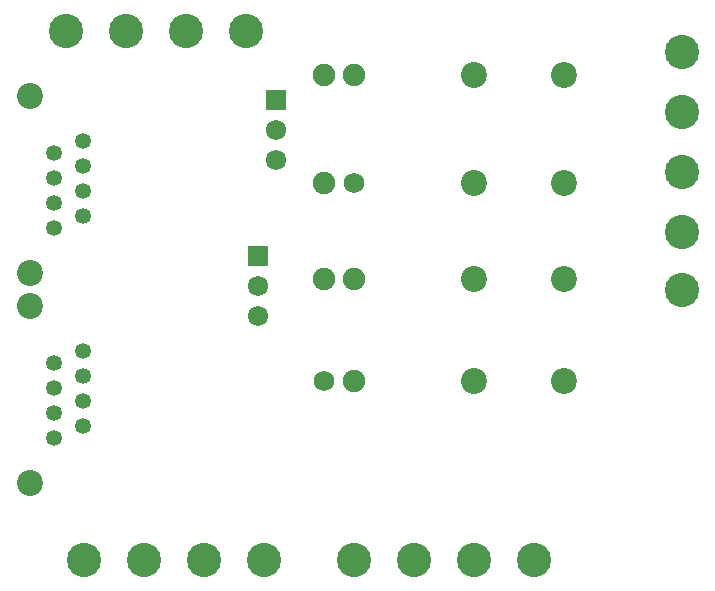
<source format=gbs>
G04 #@! TF.FileFunction,Soldermask,Bot*
%FSLAX46Y46*%
G04 Gerber Fmt 4.6, Leading zero omitted, Abs format (unit mm)*
G04 Created by KiCad (PCBNEW 4.0.1-stable) date 8/05/2016 3:47:28 PM*
%MOMM*%
G01*
G04 APERTURE LIST*
%ADD10C,0.150000*%
%ADD11C,2.900000*%
%ADD12R,1.724000X1.724000*%
%ADD13C,1.724000*%
%ADD14C,1.750000*%
%ADD15C,1.900000*%
%ADD16C,2.200000*%
%ADD17C,1.350000*%
G04 APERTURE END LIST*
D10*
D11*
X144566000Y-108204000D03*
X144566000Y-113284000D03*
X144566000Y-118364000D03*
X144566000Y-123444000D03*
X144566000Y-128364000D03*
X109220000Y-151170000D03*
X104140000Y-151170000D03*
X99060000Y-151170000D03*
X93980000Y-151170000D03*
X132080000Y-151170000D03*
X127000000Y-151170000D03*
X121920000Y-151170000D03*
X116840000Y-151170000D03*
D12*
X110236000Y-112268000D03*
D13*
X110236000Y-114808000D03*
X110236000Y-117348000D03*
D12*
X108712000Y-125476000D03*
D13*
X108712000Y-128016000D03*
X108712000Y-130556000D03*
D11*
X92456000Y-106386000D03*
X97536000Y-106386000D03*
X102616000Y-106386000D03*
X107696000Y-106386000D03*
D14*
X114300000Y-136020000D03*
D15*
X116840000Y-136020000D03*
D16*
X127000000Y-136020000D03*
X134620000Y-136020000D03*
D15*
X114300000Y-127384000D03*
X116840000Y-127384000D03*
D16*
X127000000Y-127384000D03*
X134620000Y-127384000D03*
D15*
X114300000Y-119256000D03*
D14*
X116840000Y-119256000D03*
D16*
X127000000Y-119256000D03*
X134620000Y-119256000D03*
D15*
X114300000Y-110112000D03*
X116840000Y-110112000D03*
D16*
X127000000Y-110112000D03*
X134620000Y-110112000D03*
X89408000Y-129660000D03*
X89408000Y-144660000D03*
D17*
X93908000Y-133455000D03*
X93908000Y-135572200D03*
X93908000Y-137689300D03*
X93908000Y-139806400D03*
X91458000Y-134513600D03*
X91458000Y-136630700D03*
X91458000Y-138747800D03*
X91458000Y-140865000D03*
D16*
X89408000Y-111880000D03*
X89408000Y-126880000D03*
D17*
X93908000Y-115675000D03*
X93908000Y-117792200D03*
X93908000Y-119909300D03*
X93908000Y-122026400D03*
X91458000Y-116733600D03*
X91458000Y-118850700D03*
X91458000Y-120967800D03*
X91458000Y-123085000D03*
M02*

</source>
